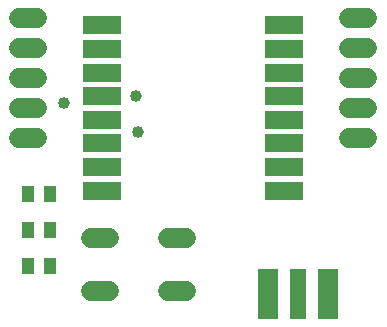
<source format=gbr>
G04 EAGLE Gerber RS-274X export*
G75*
%MOMM*%
%FSLAX34Y34*%
%LPD*%
%INSoldermask Top*%
%IPPOS*%
%AMOC8*
5,1,8,0,0,1.08239X$1,22.5*%
G01*
%ADD10R,1.003200X1.403200*%
%ADD11C,1.727200*%
%ADD12R,3.203200X1.603200*%
%ADD13R,1.727200X4.267200*%
%ADD14R,1.473200X4.267200*%
%ADD15C,1.009600*%


D10*
X50690Y625856D03*
X68690Y625856D03*
D11*
X322580Y774700D02*
X337820Y774700D01*
X337820Y749300D02*
X322580Y749300D01*
X322580Y723900D02*
X337820Y723900D01*
X337820Y698500D02*
X322580Y698500D01*
X322580Y673100D02*
X337820Y673100D01*
X58420Y673100D02*
X43180Y673100D01*
X43180Y698500D02*
X58420Y698500D01*
X58420Y723900D02*
X43180Y723900D01*
X43180Y749300D02*
X58420Y749300D01*
X58420Y774700D02*
X43180Y774700D01*
X104140Y588518D02*
X119380Y588518D01*
X119380Y543306D02*
X104140Y543306D01*
X169164Y588518D02*
X184404Y588518D01*
X184404Y543306D02*
X169164Y543306D01*
D12*
X113500Y768500D03*
X113500Y748500D03*
X113500Y728500D03*
X113500Y708500D03*
X113500Y688500D03*
X113500Y668500D03*
X113500Y648500D03*
X113500Y628500D03*
X267500Y628500D03*
X267500Y648500D03*
X267500Y668500D03*
X267500Y688500D03*
X267500Y708500D03*
X267500Y728500D03*
X267500Y748500D03*
X267500Y768500D03*
D13*
X254000Y541020D03*
X304800Y541020D03*
D14*
X279400Y541020D03*
D10*
X50690Y595630D03*
X68690Y595630D03*
X50690Y565150D03*
X68690Y565150D03*
D15*
X143637Y677799D03*
X81026Y702818D03*
X142240Y708660D03*
M02*

</source>
